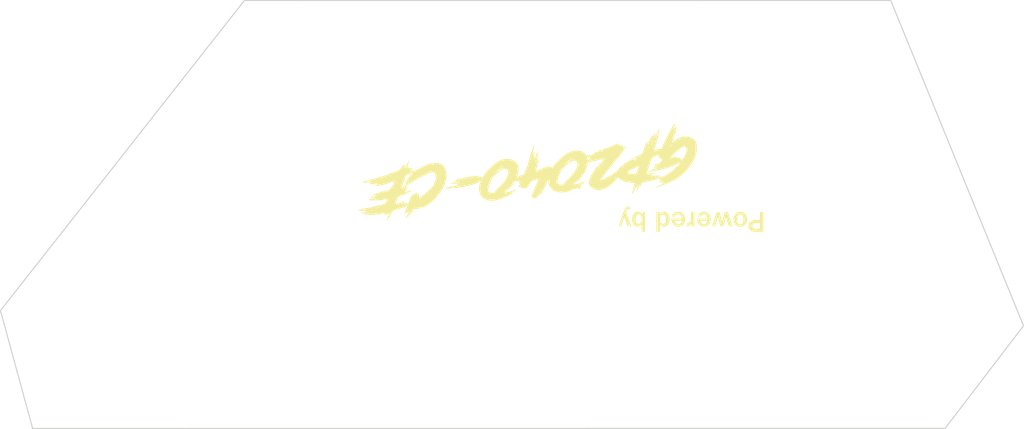
<source format=kicad_pcb>
(kicad_pcb (version 20221018) (generator pcbnew)
  (layers (0 "F.Cu" signal) (31 "B.Cu" signal) (34 "B.Paste" user) (35 "F.Paste" user) (36 "B.SilkS" user "B.Silkscreen") (37 "F.SilkS" user "F.Silkscreen") (38 "B.Mask" user) (39 "F.Mask" user) (44 "Edge.Cuts" user))
  (net 0 "")
  (footprint "LOGO" (layer "F.Cu") (at 163.185955 86.889167 180)
    (fp_text reference "G***" (at 0 0) (layer "F.SilkS") (effects (font (size 1.5 1.5) (thickness 0.3))))
    (fp_text value "LOGO" hide)
  )
  (gr_line (start 248.525169 36.355267) (end 75.468211 36.369773) (stroke (width 0.25)) (layer "Edge.Cuts"))
  (gr_line (start 18.767103 150.938829) (end 263.076607 150.91835) (stroke (width 0.25)) (layer "Edge.Cuts"))
  (gr_line (start 263.076607 150.91835) (end 284.080389 123.4564) (stroke (width 0.25)) (layer "Edge.Cuts"))
  (gr_line (start 263.076607 150.91835) (end 284.080389 123.4564) (stroke (width 0.25)) (layer "Edge.Cuts"))
  (gr_line (start 75.468211 36.369773) (end 10.16 119.38) (stroke (width 0.25)) (layer "Edge.Cuts"))
  (gr_line (start 10.16 119.38) (end 18.767103 150.938829) (stroke (width 0.25)) (layer "Edge.Cuts"))
  (gr_line (start 248.525169 36.355267) (end 75.468211 36.369773) (stroke (width 0.25)) (layer "Edge.Cuts"))
  (gr_line (start 75.468211 36.369773) (end 10.16 119.38) (stroke (width 0.25)) (layer "Edge.Cuts"))
  (gr_line (start 284.080389 123.4564) (end 248.525169 36.355267) (stroke (width 0.25)) (layer "Edge.Cuts"))
  (gr_line (start 18.767103 150.938829) (end 263.076607 150.91835) (stroke (width 0.25)) (layer "Edge.Cuts"))
  (gr_line (start 10.16 119.38) (end 18.767103 150.938829) (stroke (width 0.25)) (layer "Edge.Cuts"))
  (gr_line (start 284.080389 123.4564) (end 248.525169 36.355267) (stroke (width 0.25)) (layer "Edge.Cuts"))
)
</source>
